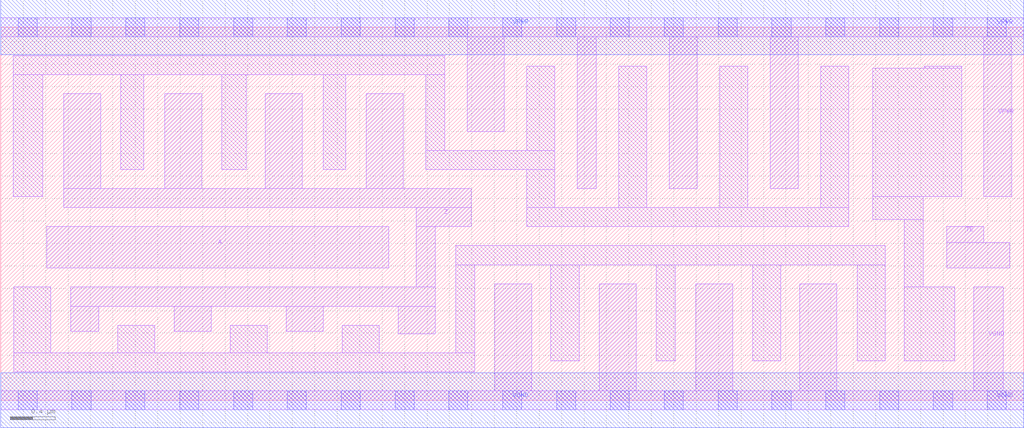
<source format=lef>
# Copyright 2020 The SkyWater PDK Authors
#
# Licensed under the Apache License, Version 2.0 (the "License");
# you may not use this file except in compliance with the License.
# You may obtain a copy of the License at
#
#     https://www.apache.org/licenses/LICENSE-2.0
#
# Unless required by applicable law or agreed to in writing, software
# distributed under the License is distributed on an "AS IS" BASIS,
# WITHOUT WARRANTIES OR CONDITIONS OF ANY KIND, either express or implied.
# See the License for the specific language governing permissions and
# limitations under the License.
#
# SPDX-License-Identifier: Apache-2.0

VERSION 5.7 ;
  NAMESCASESENSITIVE ON ;
  NOWIREEXTENSIONATPIN ON ;
  DIVIDERCHAR "/" ;
  BUSBITCHARS "[]" ;
UNITS
  DATABASE MICRONS 200 ;
END UNITS
MACRO sky130_fd_sc_hs__einvp_8
  CLASS CORE ;
  SOURCE USER ;
  FOREIGN sky130_fd_sc_hs__einvp_8 ;
  ORIGIN  0.000000  0.000000 ;
  SIZE  9.120000 BY  3.330000 ;
  SYMMETRY X Y ;
  SITE unit ;
  PIN A
    ANTENNAGATEAREA  2.232000 ;
    DIRECTION INPUT ;
    USE SIGNAL ;
    PORT
      LAYER li1 ;
        RECT 0.410000 1.180000 3.460000 1.550000 ;
    END
  END A
  PIN TE
    ANTENNAGATEAREA  1.167000 ;
    DIRECTION INPUT ;
    USE SIGNAL ;
    PORT
      LAYER li1 ;
        RECT 8.435000 1.180000 8.995000 1.410000 ;
        RECT 8.435000 1.410000 8.765000 1.550000 ;
    END
  END TE
  PIN Z
    ANTENNADIFFAREA  2.328200 ;
    DIRECTION OUTPUT ;
    USE SIGNAL ;
    PORT
      LAYER li1 ;
        RECT 0.560000 1.720000 4.195000 1.890000 ;
        RECT 0.560000 1.890000 0.890000 2.735000 ;
        RECT 0.625000 0.615000 0.875000 0.840000 ;
        RECT 0.625000 0.840000 3.875000 1.010000 ;
        RECT 1.460000 1.890000 1.790000 2.735000 ;
        RECT 1.545000 0.615000 1.875000 0.840000 ;
        RECT 2.360000 1.890000 2.690000 2.735000 ;
        RECT 2.545000 0.615000 2.875000 0.840000 ;
        RECT 3.260000 1.890000 3.590000 2.735000 ;
        RECT 3.545000 0.595000 3.875000 0.840000 ;
        RECT 3.705000 1.010000 3.875000 1.550000 ;
        RECT 3.705000 1.550000 4.195000 1.720000 ;
    END
  END Z
  PIN VGND
    DIRECTION INOUT ;
    USE GROUND ;
    PORT
      LAYER li1 ;
        RECT 0.000000 -0.085000 9.120000 0.085000 ;
        RECT 4.405000  0.085000 4.735000 1.040000 ;
        RECT 5.335000  0.085000 5.665000 1.040000 ;
        RECT 6.195000  0.085000 6.525000 1.040000 ;
        RECT 7.125000  0.085000 7.455000 1.040000 ;
        RECT 8.675000  0.085000 8.935000 1.010000 ;
      LAYER mcon ;
        RECT 0.155000 -0.085000 0.325000 0.085000 ;
        RECT 0.635000 -0.085000 0.805000 0.085000 ;
        RECT 1.115000 -0.085000 1.285000 0.085000 ;
        RECT 1.595000 -0.085000 1.765000 0.085000 ;
        RECT 2.075000 -0.085000 2.245000 0.085000 ;
        RECT 2.555000 -0.085000 2.725000 0.085000 ;
        RECT 3.035000 -0.085000 3.205000 0.085000 ;
        RECT 3.515000 -0.085000 3.685000 0.085000 ;
        RECT 3.995000 -0.085000 4.165000 0.085000 ;
        RECT 4.475000 -0.085000 4.645000 0.085000 ;
        RECT 4.955000 -0.085000 5.125000 0.085000 ;
        RECT 5.435000 -0.085000 5.605000 0.085000 ;
        RECT 5.915000 -0.085000 6.085000 0.085000 ;
        RECT 6.395000 -0.085000 6.565000 0.085000 ;
        RECT 6.875000 -0.085000 7.045000 0.085000 ;
        RECT 7.355000 -0.085000 7.525000 0.085000 ;
        RECT 7.835000 -0.085000 8.005000 0.085000 ;
        RECT 8.315000 -0.085000 8.485000 0.085000 ;
        RECT 8.795000 -0.085000 8.965000 0.085000 ;
      LAYER met1 ;
        RECT 0.000000 -0.245000 9.120000 0.245000 ;
    END
  END VGND
  PIN VPWR
    DIRECTION INOUT ;
    USE POWER ;
    PORT
      LAYER li1 ;
        RECT 0.000000 3.245000 9.120000 3.415000 ;
        RECT 4.160000 2.400000 4.490000 3.245000 ;
        RECT 5.140000 1.890000 5.310000 3.245000 ;
        RECT 5.960000 1.890000 6.210000 3.245000 ;
        RECT 6.860000 1.890000 7.110000 3.245000 ;
        RECT 8.765000 1.820000 9.015000 3.245000 ;
      LAYER mcon ;
        RECT 0.155000 3.245000 0.325000 3.415000 ;
        RECT 0.635000 3.245000 0.805000 3.415000 ;
        RECT 1.115000 3.245000 1.285000 3.415000 ;
        RECT 1.595000 3.245000 1.765000 3.415000 ;
        RECT 2.075000 3.245000 2.245000 3.415000 ;
        RECT 2.555000 3.245000 2.725000 3.415000 ;
        RECT 3.035000 3.245000 3.205000 3.415000 ;
        RECT 3.515000 3.245000 3.685000 3.415000 ;
        RECT 3.995000 3.245000 4.165000 3.415000 ;
        RECT 4.475000 3.245000 4.645000 3.415000 ;
        RECT 4.955000 3.245000 5.125000 3.415000 ;
        RECT 5.435000 3.245000 5.605000 3.415000 ;
        RECT 5.915000 3.245000 6.085000 3.415000 ;
        RECT 6.395000 3.245000 6.565000 3.415000 ;
        RECT 6.875000 3.245000 7.045000 3.415000 ;
        RECT 7.355000 3.245000 7.525000 3.415000 ;
        RECT 7.835000 3.245000 8.005000 3.415000 ;
        RECT 8.315000 3.245000 8.485000 3.415000 ;
        RECT 8.795000 3.245000 8.965000 3.415000 ;
      LAYER met1 ;
        RECT 0.000000 3.085000 9.120000 3.575000 ;
    END
  END VPWR
  OBS
    LAYER li1 ;
      RECT 0.110000 1.820000 0.375000 2.905000 ;
      RECT 0.110000 2.905000 3.960000 3.075000 ;
      RECT 0.115000 0.255000 4.225000 0.425000 ;
      RECT 0.115000 0.425000 0.445000 1.010000 ;
      RECT 1.045000 0.425000 1.375000 0.670000 ;
      RECT 1.070000 2.060000 1.275000 2.905000 ;
      RECT 1.970000 2.060000 2.190000 2.905000 ;
      RECT 2.045000 0.425000 2.375000 0.670000 ;
      RECT 2.875000 2.060000 3.075000 2.905000 ;
      RECT 3.045000 0.425000 3.375000 0.670000 ;
      RECT 3.790000 2.060000 4.940000 2.230000 ;
      RECT 3.790000 2.230000 3.960000 2.905000 ;
      RECT 4.055000 0.425000 4.225000 1.210000 ;
      RECT 4.055000 1.210000 7.885000 1.380000 ;
      RECT 4.690000 1.550000 7.560000 1.720000 ;
      RECT 4.690000 1.720000 4.940000 2.060000 ;
      RECT 4.690000 2.230000 4.940000 2.980000 ;
      RECT 4.905000 0.350000 5.155000 1.210000 ;
      RECT 5.510000 1.720000 5.760000 2.980000 ;
      RECT 5.845000 0.350000 6.015000 1.210000 ;
      RECT 6.410000 1.720000 6.660000 2.980000 ;
      RECT 6.705000 0.350000 6.955000 1.210000 ;
      RECT 7.310000 1.720000 7.560000 2.980000 ;
      RECT 7.635000 0.350000 7.885000 1.210000 ;
      RECT 7.775000 1.615000 8.225000 1.820000 ;
      RECT 7.775000 1.820000 8.565000 2.965000 ;
      RECT 8.055000 0.350000 8.505000 1.010000 ;
      RECT 8.055000 1.010000 8.225000 1.615000 ;
      RECT 8.235000 2.965000 8.565000 2.980000 ;
  END
END sky130_fd_sc_hs__einvp_8

</source>
